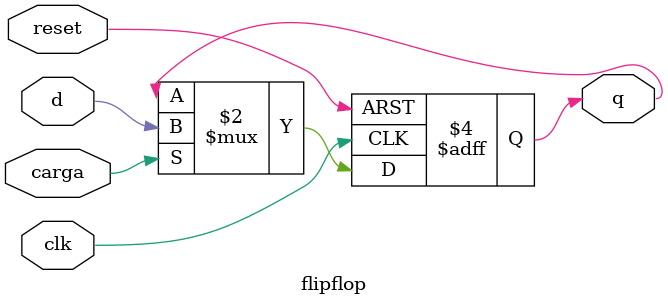
<source format=v>
module flipflop(output reg q, input wire d, clk, reset, carga);
  always @(posedge clk, posedge reset)
    begin
      /// Cuidado con el reset, tiene preferencia
      if (reset) q <= 1'b0; /// Asignación no bloqueante
      else
        if (carga) q <= d;
    end
endmodule

/// Todo lo que ocurre entre retardos, suele hacerse al MISMO TIEMPO
/// Lo que evaluas, lo dejas anotado
  /// "a va a valer esto, pero no modifico aún"
  /// Cuando encuentra un retardo, asigna al mismo tiempo los valores
  /// Usa los valores anteriores mientras

/// Retardos intra-asignación
  /// Bloqueante mira cuánto vale "b" AHORA, espera tiempo y asigna a "a"
    /// El retardo de las bloqueantes PARA pa' todos
  /// No bloqueante mira cuánto vale "b" AHORA, espera tiempo y asigna a "a"
    /// Aquí el retardo no afecta al resto

/// Combinaciones -> bloqueante
/// Secuenciales -> no bloqueantes

</source>
